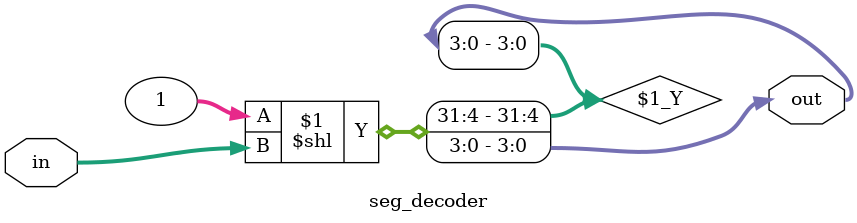
<source format=sv>
module seg_decoder#(
    parameter n = 2
)(
    input logic [n-1:0]in,
    output logic [(1 << n) - 1: 0]out
);

    assign out = (1 << in);

endmodule : seg_decoder

</source>
